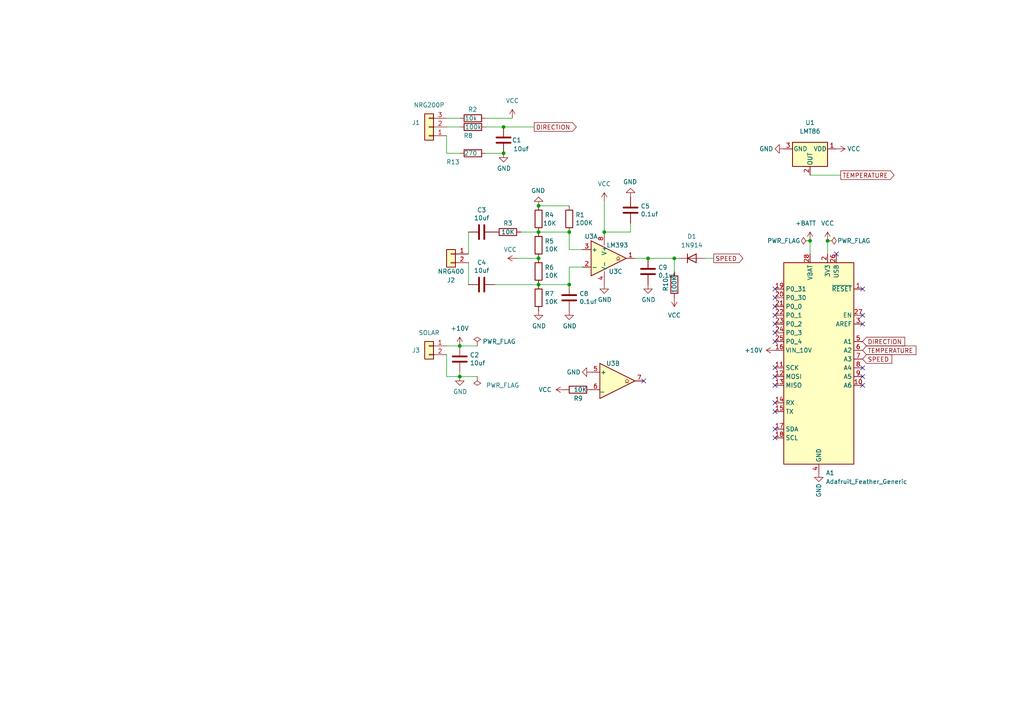
<source format=kicad_sch>
(kicad_sch (version 20211123) (generator eeschema)
  (paper "A4")
  (lib_symbols
    (symbol "Comparator:LM393" (pin_names (offset 0.127))
      (property "Reference" "U" (at 3.81 3.81 0))
      (property "Value" "LM393" (at 6.35 -3.81 0))
      (symbol "LM393_1_1"
        (polyline (pts (xy -5.08 5.08) (xy 5.08 0) (xy -5.08 -5.08) (xy -5.08 5.08)) (stroke (width 0.254)) (fill (type background)))
        (polyline (pts (xy 3.302 -0.508) (xy 2.794 -0.508) (xy 3.302 0) (xy 2.794 0.508) (xy 2.286 0) (xy 2.794 -0.508) (xy 2.286 -0.508)) (stroke (width 0.127)))
        (pin open_collector line (at 7.62 0 180) (length 2.54) (name "~") (number "1"))
        (pin input line (at -7.62 -2.54 0) (length 2.54) (name "-") (number "2"))
        (pin input line (at -7.62 2.54 0) (length 2.54) (name "+") (number "3"))
      )
      (symbol "LM393_2_1"
        (polyline (pts (xy -5.08 5.08) (xy 5.08 0) (xy -5.08 -5.08) (xy -5.08 5.08)) (stroke (width 0.254)) (fill (type background)))
        (polyline (pts (xy 3.302 -0.508) (xy 2.794 -0.508) (xy 3.302 0) (xy 2.794 0.508) (xy 2.286 0) (xy 2.794 -0.508) (xy 2.286 -0.508)) (stroke (width 0.127)))
        (pin input line (at -7.62 2.54 0) (length 2.54) (name "+") (number "5"))
        (pin input line (at -7.62 -2.54 0) (length 2.54) (name "_") (number "6"))
        (pin open_collector line (at 7.62 0 180) (length 2.54) (name "~") (number "7"))
      )
      (symbol "LM393_3_1"
        (pin power_in line (at -2.54 -7.62 90) (length 3.81) (name "V-") (number "4"))
        (pin power_in line (at -2.54 7.62 270) (length 3.81) (name "V+") (number "8"))
      )
    )
    (symbol "Connector_Generic:Conn_01x02" (pin_names (offset 1.016) hide)
      (property "Reference" "J" (at 0 2.54 0))
      (property "Value" "Conn_01x02" (at 0 -5.08 0))
      (symbol "Conn_01x02_1_1"
        (rectangle (start -1.27 -2.413) (end 0 -2.667) (stroke (width 0.1524)))
        (rectangle (start -1.27 0.127) (end 0 -0.127) (stroke (width 0.1524)))
        (rectangle (start -1.27 1.27) (end 1.27 -3.81) (stroke (width 0.254)) (fill (type background)))
        (pin passive line (at -5.08 0 0) (length 3.81) (name "Pin_1") (number "1"))
        (pin passive line (at -5.08 -2.54 0) (length 3.81) (name "Pin_2") (number "2"))
      )
    )
    (symbol "Connector_Generic:Conn_01x03" (pin_names (offset 1.016) hide)
      (property "Reference" "J" (at 0 5.08 0))
      (property "Value" "Conn_01x03" (at 0 -5.08 0))
      (symbol "Conn_01x03_1_1"
        (rectangle (start -1.27 -2.413) (end 0 -2.667) (stroke (width 0.1524)))
        (rectangle (start -1.27 0.127) (end 0 -0.127) (stroke (width 0.1524)))
        (rectangle (start -1.27 2.667) (end 0 2.413) (stroke (width 0.1524)))
        (rectangle (start -1.27 3.81) (end 1.27 -3.81) (stroke (width 0.254)) (fill (type background)))
        (pin passive line (at -5.08 2.54 0) (length 3.81) (name "Pin_1") (number "1"))
        (pin passive line (at -5.08 0 0) (length 3.81) (name "Pin_2") (number "2"))
        (pin passive line (at -5.08 -2.54 0) (length 3.81) (name "Pin_3") (number "3"))
      )
    )
    (symbol "Device:C" (pin_numbers hide) (pin_names (offset 0.254))
      (property "Reference" "C" (at 0.635 2.54 0))
      (property "Value" "C" (at 0.635 -2.54 0))
      (symbol "C_0_1"
        (polyline (pts (xy -2.032 -0.762) (xy 2.032 -0.762)) (stroke (width 0.508)))
        (polyline (pts (xy -2.032 0.762) (xy 2.032 0.762)) (stroke (width 0.508)))
      )
      (symbol "C_1_1"
        (pin passive line (at 0 3.81 270) (length 2.794) (name "~") (number "1"))
        (pin passive line (at 0 -3.81 90) (length 2.794) (name "~") (number "2"))
      )
    )
    (symbol "Device:R" (pin_numbers hide) (pin_names (offset 0))
      (property "Reference" "R" (at 2.032 0 90))
      (property "Value" "R" (at 0 0 90))
      (symbol "R_0_1"
        (rectangle (start -1.016 -2.54) (end 1.016 2.54) (stroke (width 0.254)))
      )
      (symbol "R_1_1"
        (pin passive line (at 0 3.81 270) (length 1.27) (name "~") (number "1"))
        (pin passive line (at 0 -3.81 90) (length 1.27) (name "~") (number "2"))
      )
    )
    (symbol "Diode:1N914" (pin_numbers hide) (pin_names (offset 1.016) hide)
      (property "Reference" "D" (at 0 2.54 0))
      (property "Value" "1N914" (at 0 -2.54 0))
      (symbol "1N914_0_1"
        (polyline (pts (xy -1.27 1.27) (xy -1.27 -1.27)) (stroke (width 0.254)))
        (polyline (pts (xy 1.27 0) (xy -1.27 0)))
        (polyline (pts (xy 1.27 1.27) (xy 1.27 -1.27) (xy -1.27 0) (xy 1.27 1.27)) (stroke (width 0.254)))
      )
      (symbol "1N914_1_1"
        (pin passive line (at -3.81 0 0) (length 2.54) (name "K") (number "1"))
        (pin passive line (at 3.81 0 180) (length 2.54) (name "A") (number "2"))
      )
    )
    (symbol "MCU_Module:Adafruit_Feather_Generic"
      (property "Reference" "A1" (at 2.0194 -33.02 0))
      (property "Value" "Adafruit_Feather_Generic" (at 2.0194 -35.56 0))
      (symbol "Adafruit_Feather_Generic_0_1"
        (rectangle (start -10.16 27.94) (end 10.16 -30.48) (stroke (width 0.254)) (fill (type background)))
      )
      (symbol "Adafruit_Feather_Generic_1_1"
        (pin input line (at 12.7 20.32 180) (length 2.54) (name "~{RESET}") (number "1"))
        (pin bidirectional line (at 12.7 -7.62 180) (length 2.54) (name "A6") (number "10"))
        (pin bidirectional line (at -12.7 -2.54 0) (length 2.54) (name "SCK") (number "11"))
        (pin bidirectional line (at -12.7 -5.08 0) (length 2.54) (name "MOSI") (number "12"))
        (pin bidirectional line (at -12.7 -7.62 0) (length 2.54) (name "MISO") (number "13"))
        (pin bidirectional line (at -12.7 -12.7 0) (length 2.54) (name "RX") (number "14"))
        (pin bidirectional line (at -12.7 -15.24 0) (length 2.54) (name "TX") (number "15"))
        (pin bidirectional line (at -12.7 2.54 0) (length 2.54) (name "VIN_10V") (number "16"))
        (pin bidirectional line (at -12.7 -20.32 0) (length 2.54) (name "SDA") (number "17"))
        (pin bidirectional line (at -12.7 -22.86 0) (length 2.54) (name "SCL") (number "18"))
        (pin bidirectional line (at -12.7 20.32 0) (length 2.54) (name "P0_31") (number "19"))
        (pin power_in line (at 2.54 30.48 270) (length 2.54) (name "3V3") (number "2"))
        (pin bidirectional line (at -12.7 17.78 0) (length 2.54) (name "P0_30") (number "20"))
        (pin bidirectional line (at -12.7 15.24 0) (length 2.54) (name "P0_0") (number "21"))
        (pin bidirectional line (at -12.7 12.7 0) (length 2.54) (name "P0_1") (number "22"))
        (pin bidirectional line (at -12.7 10.16 0) (length 2.54) (name "P0_2") (number "23"))
        (pin bidirectional line (at -12.7 7.62 0) (length 2.54) (name "P0_3") (number "24"))
        (pin bidirectional line (at -12.7 5.08 0) (length 2.54) (name "P0_4") (number "25"))
        (pin power_in line (at 5.08 30.48 270) (length 2.54) (name "USB") (number "26"))
        (pin input line (at 12.7 12.7 180) (length 2.54) (name "EN") (number "27"))
        (pin power_in line (at -2.54 30.48 270) (length 2.54) (name "VBAT") (number "28"))
        (pin input line (at 12.7 10.16 180) (length 2.54) (name "AREF") (number "3"))
        (pin power_in line (at 0 -33.02 90) (length 2.54) (name "GND") (number "4"))
        (pin bidirectional line (at 12.7 5.08 180) (length 2.54) (name "A1") (number "5"))
        (pin bidirectional line (at 12.7 2.54 180) (length 2.54) (name "A2") (number "6"))
        (pin bidirectional line (at 12.7 0 180) (length 2.54) (name "A3") (number "7"))
        (pin bidirectional line (at 12.7 -2.54 180) (length 2.54) (name "A4") (number "8"))
        (pin bidirectional line (at 12.7 -5.08 180) (length 2.54) (name "A5") (number "9"))
      )
    )
    (symbol "Regulator_Linear:L78L18_TO92" (pin_names (offset 0.254))
      (property "Reference" "U1" (at 0 7.62 0))
      (property "Value" "LMT86" (at 0 5.08 0))
      (symbol "L78L18_TO92_0_1"
        (rectangle (start -5.08 -5.08) (end 5.08 1.905) (stroke (width 0.254)) (fill (type background)))
      )
      (symbol "L78L18_TO92_1_1"
        (pin power_in line (at 7.62 0 180) (length 2.54) (name "VDD") (number "1"))
        (pin output line (at 0 -7.62 90) (length 2.54) (name "OUT") (number "2"))
        (pin power_in line (at -7.62 0 0) (length 2.54) (name "GND") (number "3"))
      )
    )
    (symbol "power:+10V" (power) (pin_names (offset 0))
      (property "Value" "+10V" (at 0 3.556 0))
      (symbol "+10V_0_1"
        (polyline (pts (xy -0.762 1.27) (xy 0 2.54)))
        (polyline (pts (xy 0 0) (xy 0 2.54)))
        (polyline (pts (xy 0 2.54) (xy 0.762 1.27)))
      )
      (symbol "+10V_1_1"
        (pin power_in line (at 0 0 90) (length 0) hide (name "+10V") (number "1"))
      )
    )
    (symbol "power:+BATT" (power) (pin_names (offset 0))
      (property "Value" "+BATT" (at 0 3.556 0))
      (symbol "+BATT_0_1"
        (polyline (pts (xy -0.762 1.27) (xy 0 2.54)))
        (polyline (pts (xy 0 0) (xy 0 2.54)))
        (polyline (pts (xy 0 2.54) (xy 0.762 1.27)))
      )
      (symbol "+BATT_1_1"
        (pin power_in line (at 0 0 90) (length 0) hide (name "+BATT") (number "1"))
      )
    )
    (symbol "power:GND" (power) (pin_names (offset 0))
      (property "Value" "GND" (at 0 -3.81 0))
      (symbol "GND_0_1"
        (polyline (pts (xy 0 0) (xy 0 -1.27) (xy 1.27 -1.27) (xy 0 -2.54) (xy -1.27 -1.27) (xy 0 -1.27)))
      )
      (symbol "GND_1_1"
        (pin power_in line (at 0 0 270) (length 0) hide (name "GND") (number "1"))
      )
    )
    (symbol "power:PWR_FLAG" (power) (pin_numbers hide) (pin_names (offset 0) hide)
      (property "Value" "PWR_FLAG" (at 0 3.81 0))
      (symbol "PWR_FLAG_0_0"
        (pin power_out line (at 0 0 90) (length 0) (name "pwr") (number "1"))
      )
      (symbol "PWR_FLAG_0_1"
        (polyline (pts (xy 0 0) (xy 0 1.27) (xy -1.016 1.905) (xy 0 2.54) (xy 1.016 1.905) (xy 0 1.27)))
      )
    )
    (symbol "power:VCC" (power) (pin_names (offset 0))
      (property "Value" "VCC" (at 0 3.81 0))
      (symbol "VCC_0_1"
        (polyline (pts (xy -0.762 1.27) (xy 0 2.54)))
        (polyline (pts (xy 0 0) (xy 0 2.54)))
        (polyline (pts (xy 0 2.54) (xy 0.762 1.27)))
      )
      (symbol "VCC_1_1"
        (pin power_in line (at 0 0 90) (length 0) hide (name "VCC") (number "1"))
      )
    )
  )
  (junction (at 234.95 69.85))
  (junction (at 156.21 59.69))
  (junction (at 146.05 44.45))
  (junction (at 156.21 74.93))
  (junction (at 240.03 69.85))
  (junction (at 156.21 82.55))
  (junction (at 195.58 74.93))
  (junction (at 133.35 109.22))
  (junction (at 156.21 67.31))
  (junction (at 175.26 67.31))
  (junction (at 165.1 67.31))
  (junction (at 146.05 36.83))
  (junction (at 187.96 74.93))
  (junction (at 133.35 100.33))
  (junction (at 165.1 82.55))
  (no_connect (at 250.19 106.68))
  (no_connect (at 250.19 111.76))
  (no_connect (at 250.19 109.22))
  (no_connect (at 250.19 93.98))
  (no_connect (at 250.19 91.44))
  (no_connect (at 250.19 83.82))
  (no_connect (at 224.79 83.82))
  (no_connect (at 224.79 86.36))
  (no_connect (at 224.79 88.9))
  (no_connect (at 224.79 91.44))
  (no_connect (at 224.79 93.98))
  (no_connect (at 224.79 96.52))
  (no_connect (at 224.79 99.06))
  (no_connect (at 224.79 106.68))
  (no_connect (at 224.79 109.22))
  (no_connect (at 224.79 127))
  (no_connect (at 224.79 111.76))
  (no_connect (at 224.79 116.84))
  (no_connect (at 224.79 119.38))
  (no_connect (at 224.79 124.46))
  (no_connect (at 242.57 73.66))
  (no_connect (at 186.69 110.49))
  (wire (pts (xy 156.21 67.31) (xy 165.1 67.31)))
  (wire (pts (xy 175.26 67.31) (xy 182.88 67.31)))
  (wire (pts (xy 156.21 59.69) (xy 165.1 59.69)))
  (wire (pts (xy 184.15 74.93) (xy 187.96 74.93)))
  (wire (pts (xy 175.26 58.42) (xy 175.26 67.31)))
  (wire (pts (xy 165.1 72.39) (xy 168.91 72.39)))
  (wire (pts (xy 140.97 44.45) (xy 146.05 44.45)))
  (wire (pts (xy 195.58 74.93) (xy 196.85 74.93)))
  (wire (pts (xy 149.86 74.93) (xy 156.21 74.93)))
  (wire (pts (xy 204.47 74.93) (xy 207.01 74.93)))
  (wire (pts (xy 135.89 73.66) (xy 135.89 67.31)))
  (wire (pts (xy 133.35 36.83) (xy 129.54 36.83)))
  (wire (pts (xy 165.1 82.55) (xy 165.1 77.47)))
  (wire (pts (xy 234.95 69.85) (xy 234.95 73.66)))
  (wire (pts (xy 156.21 82.55) (xy 165.1 82.55)))
  (wire (pts (xy 133.35 109.22) (xy 138.43 109.22)))
  (wire (pts (xy 133.35 107.95) (xy 133.35 109.22)))
  (wire (pts (xy 182.88 64.77) (xy 182.88 67.31)))
  (wire (pts (xy 133.35 100.33) (xy 129.54 100.33)))
  (wire (pts (xy 129.54 34.29) (xy 133.35 34.29)))
  (wire (pts (xy 143.51 82.55) (xy 156.21 82.55)))
  (wire (pts (xy 129.54 44.45) (xy 133.35 44.45)))
  (wire (pts (xy 133.35 100.33) (xy 138.43 100.33)))
  (wire (pts (xy 165.1 67.31) (xy 165.1 72.39)))
  (wire (pts (xy 135.89 76.2) (xy 135.89 82.55)))
  (wire (pts (xy 148.59 34.29) (xy 140.97 34.29)))
  (wire (pts (xy 129.54 39.37) (xy 129.54 44.45)))
  (wire (pts (xy 195.58 74.93) (xy 195.58 78.74)))
  (wire (pts (xy 146.05 36.83) (xy 154.94 36.83)))
  (wire (pts (xy 240.03 69.85) (xy 240.03 73.66)))
  (wire (pts (xy 129.54 109.22) (xy 133.35 109.22)))
  (wire (pts (xy 165.1 77.47) (xy 168.91 77.47)))
  (wire (pts (xy 129.54 109.22) (xy 129.54 102.87)))
  (wire (pts (xy 243.84 50.8) (xy 234.95 50.8)))
  (wire (pts (xy 140.97 36.83) (xy 146.05 36.83)))
  (wire (pts (xy 187.96 74.93) (xy 195.58 74.93)))
  (wire (pts (xy 151.13 67.31) (xy 156.21 67.31)))
  (global_label "DIRECTION" (shape input) (at 250.19 99.06 0) (property "Intersheet References" "${INTERSHEET_REFS}" (effects hide)))
  (global_label "TEMPERATURE" (shape output) (at 243.84 50.8 0) (property "Intersheet References" "${INTERSHEET_REFS}" (effects hide)))
  (global_label "TEMPERATURE" (shape input) (at 250.19 101.6 0) (property "Intersheet References" "${INTERSHEET_REFS}" (effects hide)))
  (global_label "SPEED" (shape input) (at 250.19 104.14 0) (property "Intersheet References" "${INTERSHEET_REFS}" (effects hide)))
  (global_label "DIRECTION" (shape output) (at 154.94 36.83 0) (property "Intersheet References" "${INTERSHEET_REFS}" (effects hide)))
  (global_label "SPEED" (shape output) (at 207.01 74.93 0) (property "Intersheet References" "${INTERSHEET_REFS}" (effects hide)))
  (symbol (lib_id "Comparator:LM393") (at 176.53 74.93 0) (unit 1)
    (property "Reference" "U3" (at 171.45 68.58 0))
    (property "Value" "LM393" (at 179.07 71.12 0))
    (property "Footprint" "Package_DIP:DIP-8_W7.62mm_LongPads" (effects hide))
    (property "Datasheet" "http://www.ti.com/lit/ds/symlink/lm393-n.pdf" (effects hide))
  )
  (symbol (lib_id "Comparator:LM393") (at 179.07 110.49 0) (unit 2)
    (property "Reference" "U3" (at 177.8 105.41 0))
    (property "Value" "LM393" (effects hide))
    (property "Footprint" "Package_DIP:DIP-8_W7.62mm_LongPads" (effects hide))
    (property "Datasheet" "http://www.ti.com/lit/ds/symlink/lm393-n.pdf" (effects hide))
  )
  (symbol (lib_id "Comparator:LM393") (at 177.8 74.93 0) (unit 3)
    (property "Reference" "U3" (at 176.53 78.74 0) (effects (justify left)))
    (property "Value" "LM393" (effects hide))
    (property "Footprint" "Package_DIP:DIP-8_W7.62mm_LongPads" (effects hide))
    (property "Datasheet" "http://www.ti.com/lit/ds/symlink/lm393-n.pdf" (effects hide))
  )
  (symbol (lib_id "Device:R") (at 156.21 86.36 0) (unit 1)
    (property "Reference" "R7" (at 157.988 85.1916 0) (effects (justify left)))
    (property "Value" "10K" (at 157.988 87.503 0) (effects (justify left)))
    (property "Footprint" "Resistor_SMD:R_0603_1608Metric" (effects hide))
  )
  (symbol (lib_id "power:GND") (at 156.21 90.17 0) (unit 1)
    (property "Reference" "#PWR0101" (effects hide))
    (property "Value" "GND" (at 156.337 94.5642 0))
  )
  (symbol (lib_id "Device:R") (at 156.21 78.74 0) (unit 1)
    (property "Reference" "R6" (at 157.988 77.5716 0) (effects (justify left)))
    (property "Value" "10K" (at 157.988 79.883 0) (effects (justify left)))
    (property "Footprint" "Resistor_SMD:R_0603_1608Metric" (effects hide))
  )
  (symbol (lib_id "Device:R") (at 156.21 71.12 0) (unit 1)
    (property "Reference" "R5" (at 157.988 69.9516 0) (effects (justify left)))
    (property "Value" "10K" (at 157.988 72.263 0) (effects (justify left)))
    (property "Footprint" "Resistor_SMD:R_0603_1608Metric" (effects hide))
  )
  (symbol (lib_id "Device:R") (at 156.21 63.5 0) (unit 1)
    (property "Reference" "R4" (at 157.988 62.3316 0) (effects (justify left)))
    (property "Value" "10K" (at 157.48 64.77 0) (effects (justify left)))
    (property "Footprint" "Resistor_SMD:R_0603_1608Metric" (effects hide))
  )
  (symbol (lib_id "power:GND") (at 156.21 59.69 180) (unit 1)
    (property "Reference" "#PWR0103" (effects hide))
    (property "Value" "GND" (at 156.083 55.2958 0))
  )
  (symbol (lib_id "Device:R") (at 147.32 67.31 270) (unit 1)
    (property "Reference" "R3" (at 147.32 64.77 90))
    (property "Value" "10K" (at 147.32 67.31 90))
    (property "Footprint" "Resistor_SMD:R_0603_1608Metric" (effects hide))
  )
  (symbol (lib_id "Device:C") (at 139.7 67.31 270) (unit 1)
    (property "Reference" "C3" (at 139.7 60.9092 90))
    (property "Value" "10uf" (at 139.7 63.2206 90))
    (property "Footprint" "Capacitor_SMD:C_0805_2012Metric" (effects hide))
  )
  (symbol (lib_id "Device:C") (at 139.7 82.55 270) (unit 1)
    (property "Reference" "C4" (at 139.7 76.1492 90))
    (property "Value" "10uf" (at 139.7 78.4606 90))
    (property "Footprint" "Capacitor_SMD:C_0805_2012Metric" (effects hide))
  )
  (symbol (lib_id "power:GND") (at 175.26 82.55 0) (unit 1)
    (property "Reference" "#PWR0105" (effects hide))
    (property "Value" "GND" (at 175.387 86.9442 0))
  )
  (symbol (lib_id "Device:R") (at 167.64 113.03 270) (unit 1)
    (property "Reference" "R9" (at 166.37 115.57 90) (effects (justify left)))
    (property "Value" "10K" (at 166.37 113.03 90) (effects (justify left)))
    (property "Footprint" "Resistor_SMD:R_0603_1608Metric" (effects hide))
  )
  (symbol (lib_id "power:GND") (at 171.45 107.95 270) (unit 1)
    (property "Reference" "#PWR0106" (effects hide))
    (property "Value" "GND" (at 166.37 107.95 90))
  )
  (symbol (lib_id "Device:C") (at 182.88 60.96 180) (unit 1)
    (property "Reference" "C5" (at 185.801 59.7916 0) (effects (justify right)))
    (property "Value" "0.1uf" (at 185.801 62.103 0) (effects (justify right)))
    (property "Footprint" "Capacitor_SMD:C_0603_1608Metric" (effects hide))
  )
  (symbol (lib_id "power:GND") (at 182.88 57.15 180) (unit 1)
    (property "Reference" "#PWR0117" (effects hide))
    (property "Value" "GND" (at 182.753 52.7558 0))
  )
  (symbol (lib_id "Device:C") (at 187.96 78.74 180) (unit 1)
    (property "Reference" "C9" (at 190.881 77.5716 0) (effects (justify right)))
    (property "Value" "0.1uf" (at 190.881 79.883 0) (effects (justify right)))
    (property "Footprint" "Capacitor_SMD:C_0603_1608Metric" (effects hide))
  )
  (symbol (lib_id "power:GND") (at 187.96 82.55 0) (unit 1)
    (property "Reference" "#PWR0120" (effects hide))
    (property "Value" "GND" (at 188.087 86.9442 0))
  )
  (symbol (lib_id "Device:C") (at 165.1 86.36 180) (unit 1)
    (property "Reference" "C8" (at 168.021 85.1916 0) (effects (justify right)))
    (property "Value" "0.1uf" (at 168.021 87.503 0) (effects (justify right)))
    (property "Footprint" "Capacitor_SMD:C_0603_1608Metric" (effects hide))
  )
  (symbol (lib_id "power:GND") (at 165.1 90.17 0) (unit 1)
    (property "Reference" "#PWR0122" (effects hide))
    (property "Value" "GND" (at 165.227 94.5642 0))
  )
  (symbol (lib_id "Connector_Generic:Conn_01x02") (at 130.81 73.66 0) (mirror y) (unit 1)
    (property "Reference" "J2" (at 130.81 81.28 0))
    (property "Value" "NRG400" (at 130.81 78.74 0))
    (property "Footprint" "TerminalBlock_RND:TerminalBlock_RND_205-00232_1x02_P5.08mm_Horizontal" (effects hide))
  )
  (symbol (lib_id "power:+BATT") (at 234.95 69.85 0) (unit 1)
    (property "Reference" "#PWR08" (effects hide))
    (property "Value" "+BATT" (at 233.68 64.77 0))
  )
  (symbol (lib_id "Connector_Generic:Conn_01x02") (at 124.46 100.33 0) (mirror y) (unit 1)
    (property "Reference" "J3" (at 120.65 101.6 0))
    (property "Value" "SOLAR" (at 124.46 96.52 0))
    (property "Footprint" "Connector_PinSocket_2.54mm:PinSocket_1x02_P2.54mm_Vertical" (effects hide))
  )
  (symbol (lib_id "power:GND") (at 146.05 44.45 0) (unit 1)
    (property "Reference" "#PWR09" (effects hide))
    (property "Value" "GND" (at 146.177 48.8442 0))
  )
  (symbol (lib_id "Device:R") (at 165.1 63.5 0) (unit 1)
    (property "Reference" "R1" (at 166.878 62.3316 0) (effects (justify left)))
    (property "Value" "100K" (at 166.878 64.643 0) (effects (justify left)))
    (property "Footprint" "Resistor_SMD:R_0603_1608Metric" (effects hide))
  )
  (symbol (lib_id "power:PWR_FLAG") (at 138.43 109.22 180) (unit 1)
    (property "Reference" "#FLG0102" (effects hide))
    (property "Value" "PWR_FLAG" (at 140.97 111.76 0) (effects (justify right)))
  )
  (symbol (lib_id "power:GND") (at 133.35 109.22 0) (unit 1)
    (property "Reference" "#PWR0102" (effects hide))
    (property "Value" "GND" (at 133.477 113.6142 0))
  )
  (symbol (lib_id "power:PWR_FLAG") (at 240.03 69.85 270) (unit 1)
    (property "Reference" "#FLG0103" (effects hide))
    (property "Value" "PWR_FLAG" (at 247.65 69.85 90))
  )
  (symbol (lib_id "power:VCC") (at 240.03 69.85 0) (unit 1)
    (property "Reference" "#PWR06" (effects hide))
    (property "Value" "VCC" (at 240.03 64.77 0))
  )
  (symbol (lib_id "power:VCC") (at 195.58 86.36 180) (unit 1)
    (property "Reference" "#PWR02" (effects hide))
    (property "Value" "VCC" (at 195.58 91.44 0))
  )
  (symbol (lib_id "MCU_Module:Adafruit_Feather_Generic") (at 237.49 104.14 0) (unit 1)
    (property "Reference" "A1" (at 239.5094 137.16 0) (effects (justify left)))
    (property "Value" "Adafruit_Feather_Generic" (at 239.5094 139.7 0) (effects (justify left)))
    (property "Footprint" "Module:Adafruit_Feather" (effects hide))
    (property "Datasheet" "https://cdn-learn.adafruit.com/downloads/pdf/adafruit-feather.pdf" (effects hide))
  )
  (symbol (lib_id "power:PWR_FLAG") (at 234.95 69.85 90) (unit 1)
    (property "Reference" "#FLG0104" (effects hide))
    (property "Value" "PWR_FLAG" (at 227.33 69.85 90))
  )
  (symbol (lib_id "power:VCC") (at 175.26 58.42 0) (unit 1)
    (property "Reference" "#PWR014" (effects hide))
    (property "Value" "VCC" (at 175.26 53.34 0))
  )
  (symbol (lib_id "power:+10V") (at 133.35 100.33 0) (unit 1)
    (property "Reference" "#PWR01" (effects hide))
    (property "Value" "+10V" (at 133.35 95.25 0))
  )
  (symbol (lib_id "power:VCC") (at 149.86 74.93 90) (unit 1)
    (property "Reference" "#PWR012" (effects hide))
    (property "Value" "VCC" (at 146.05 72.39 90) (effects (justify right)))
  )
  (symbol (lib_id "Regulator_Linear:L78L18_TO92") (at 234.95 43.18 0) (unit 1)
    (property "Reference" "U1" (at 234.95 35.56 0))
    (property "Value" "LMT86" (at 234.95 38.1 0))
    (property "Footprint" "Package_TO_SOT_THT:TO-92_Inline" (effects hide))
  )
  (symbol (lib_id "power:PWR_FLAG") (at 138.43 100.33 0) (unit 1)
    (property "Reference" "#FLG0101" (effects hide))
    (property "Value" "PWR_FLAG" (at 144.78 99.06 0))
  )
  (symbol (lib_id "Connector_Generic:Conn_01x03") (at 124.46 36.83 180) (unit 1)
    (property "Reference" "J1" (at 120.65 35.56 0))
    (property "Value" "NRG200P" (at 124.46 30.48 0))
    (property "Footprint" "TerminalBlock_RND:TerminalBlock_RND_205-00288_1x03_P5.08mm_Horizontal" (effects hide))
  )
  (symbol (lib_id "power:VCC") (at 148.59 34.29 0) (unit 1)
    (property "Reference" "#PWR010" (effects hide))
    (property "Value" "VCC" (at 148.59 29.21 0))
  )
  (symbol (lib_id "Diode:1N914") (at 200.66 74.93 0) (unit 1)
    (property "Reference" "D1" (at 200.66 68.58 0))
    (property "Value" "1N914" (at 200.66 71.12 0))
    (property "Footprint" "Diode_THT:D_DO-35_SOD27_P7.62mm_Horizontal" (effects hide))
    (property "Datasheet" "http://www.vishay.com/docs/85622/1n914.pdf" (effects hide))
  )
  (symbol (lib_id "power:GND") (at 237.49 137.16 0) (unit 1)
    (property "Reference" "#PWR05" (effects hide))
    (property "Value" "GND" (at 237.49 142.24 90))
  )
  (symbol (lib_id "power:+10V") (at 224.79 101.6 90) (unit 1)
    (property "Reference" "#PWR03" (effects hide))
    (property "Value" "+10V" (at 215.9 101.6 90) (effects (justify right)))
  )
  (symbol (lib_id "Device:R") (at 195.58 82.55 0) (unit 1)
    (property "Reference" "R10" (at 193.04 82.55 90))
    (property "Value" "100K" (at 195.58 82.55 90))
    (property "Footprint" "Resistor_SMD:R_0603_1608Metric" (effects hide))
  )
  (symbol (lib_id "Device:C") (at 146.05 40.64 180) (unit 1)
    (property "Reference" "C1" (at 149.86 40.64 0))
    (property "Value" "10uf" (at 151.13 43.18 0))
    (property "Footprint" "Capacitor_SMD:C_0805_2012Metric" (effects hide))
  )
  (symbol (lib_id "Device:R") (at 137.16 34.29 90) (unit 1)
    (property "Reference" "R2" (at 138.43 31.75 90) (effects (justify left)))
    (property "Value" "10k" (at 138.43 34.29 90) (effects (justify left)))
    (property "Footprint" "Resistor_SMD:R_0603_1608Metric" (effects hide))
  )
  (symbol (lib_id "Device:R") (at 137.16 36.83 90) (unit 1)
    (property "Reference" "R8" (at 137.16 39.37 90) (effects (justify left)))
    (property "Value" "100k" (at 139.7 36.83 90) (effects (justify left)))
    (property "Footprint" "Resistor_SMD:R_0603_1608Metric" (effects hide))
  )
  (symbol (lib_id "Device:R") (at 137.16 44.45 90) (unit 1)
    (property "Reference" "R13" (at 133.35 46.99 90) (effects (justify left)))
    (property "Value" "270" (at 138.43 44.45 90) (effects (justify left)))
    (property "Footprint" "Resistor_SMD:R_0603_1608Metric" (effects hide))
  )
  (symbol (lib_id "power:VCC") (at 242.57 43.18 270) (unit 1)
    (property "Reference" "#PWR07" (effects hide))
    (property "Value" "VCC" (at 247.65 43.18 90))
  )
  (symbol (lib_id "power:VCC") (at 163.83 113.03 90) (unit 1)
    (property "Reference" "#PWR013" (effects hide))
    (property "Value" "VCC" (at 160.02 113.0299 90) (effects (justify left)))
  )
  (symbol (lib_id "power:GND") (at 227.33 43.18 270) (unit 1)
    (property "Reference" "#PWR04" (effects hide))
    (property "Value" "GND" (at 222.25 43.18 90))
  )
  (symbol (lib_id "Device:C") (at 133.35 104.14 180) (unit 1)
    (property "Reference" "C2" (at 136.271 102.9716 0) (effects (justify right)))
    (property "Value" "10uf" (at 136.271 105.283 0) (effects (justify right)))
    (property "Footprint" "Capacitor_SMD:C_0805_2012Metric" (effects hide))
  )
)
</source>
